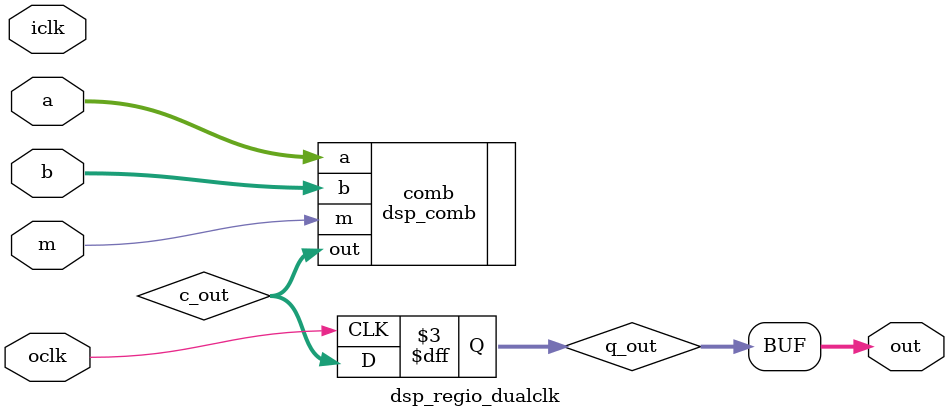
<source format=v>
`include "../dsp_combinational/dsp_comb.sim.v"

/* DSP Block with register on both the inputs and the output */
module dsp_regio_dualclk (iclk, oclk, a, b, m, out);
	localparam DATA_WIDTH = 64;

	input wire iclk;
	input wire oclk;
	input wire [DATA_WIDTH/2-1:0] a;
	input wire [DATA_WIDTH/2-1:0] b;
	input wire m;
	output wire [DATA_WIDTH-1:0] out;

	/* Input registers on iclk */
	reg [DATA_WIDTH/2-1:0] q_a;
	reg [DATA_WIDTH/2-1:0] q_b;
	reg q_m;
	always @(posedge iclk) begin
		q_a <= a;
		q_b <= b;
		q_m <= m;
	end

	wire [DATA_WIDTH-1:0] c_out;
	dsp_comb comb (.a(a), .b(b), .m(m), .out(c_out));

	/* Output register on oclk */
	reg [DATA_WIDTH-1:0] q_out;
	always @(posedge oclk) begin
		q_out <= c_out;
	end

	assign out = q_out;
endmodule

</source>
